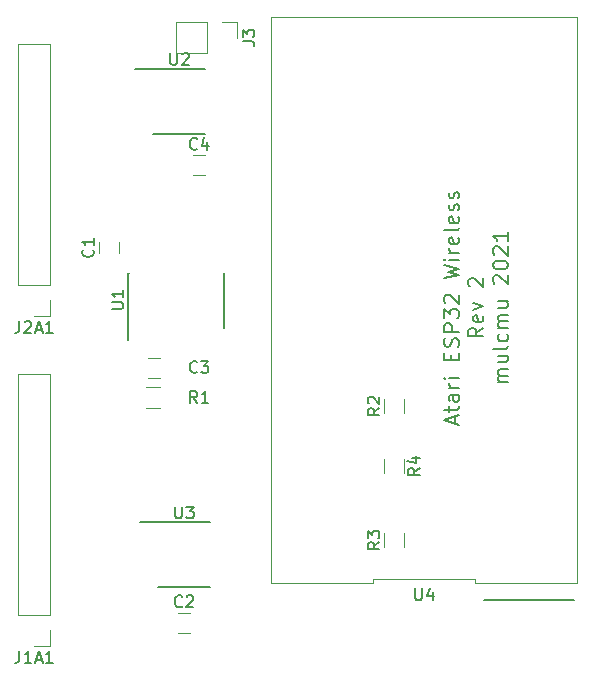
<source format=gbr>
%TF.GenerationSoftware,KiCad,Pcbnew,(5.1.9)-1*%
%TF.CreationDate,2021-06-08T22:15:24-04:00*%
%TF.ProjectId,AtariWiiWifi,41746172-6957-4696-9957-6966692e6b69,rev?*%
%TF.SameCoordinates,Original*%
%TF.FileFunction,Legend,Top*%
%TF.FilePolarity,Positive*%
%FSLAX46Y46*%
G04 Gerber Fmt 4.6, Leading zero omitted, Abs format (unit mm)*
G04 Created by KiCad (PCBNEW (5.1.9)-1) date 2021-06-08 22:15:24*
%MOMM*%
%LPD*%
G01*
G04 APERTURE LIST*
%ADD10C,0.177800*%
%ADD11C,0.120000*%
%ADD12C,0.150000*%
G04 APERTURE END LIST*
D10*
X165133866Y-103142142D02*
X165133866Y-102537380D01*
X165496723Y-103263095D02*
X164226723Y-102839761D01*
X165496723Y-102416428D01*
X164650057Y-102174523D02*
X164650057Y-101690714D01*
X164226723Y-101993095D02*
X165315295Y-101993095D01*
X165436247Y-101932619D01*
X165496723Y-101811666D01*
X165496723Y-101690714D01*
X165496723Y-100723095D02*
X164831485Y-100723095D01*
X164710533Y-100783571D01*
X164650057Y-100904523D01*
X164650057Y-101146428D01*
X164710533Y-101267380D01*
X165436247Y-100723095D02*
X165496723Y-100844047D01*
X165496723Y-101146428D01*
X165436247Y-101267380D01*
X165315295Y-101327857D01*
X165194342Y-101327857D01*
X165073390Y-101267380D01*
X165012914Y-101146428D01*
X165012914Y-100844047D01*
X164952438Y-100723095D01*
X165496723Y-100118333D02*
X164650057Y-100118333D01*
X164891961Y-100118333D02*
X164771009Y-100057857D01*
X164710533Y-99997380D01*
X164650057Y-99876428D01*
X164650057Y-99755476D01*
X165496723Y-99332142D02*
X164650057Y-99332142D01*
X164226723Y-99332142D02*
X164287200Y-99392619D01*
X164347676Y-99332142D01*
X164287200Y-99271666D01*
X164226723Y-99332142D01*
X164347676Y-99332142D01*
X164831485Y-97759761D02*
X164831485Y-97336428D01*
X165496723Y-97155000D02*
X165496723Y-97759761D01*
X164226723Y-97759761D01*
X164226723Y-97155000D01*
X165436247Y-96671190D02*
X165496723Y-96489761D01*
X165496723Y-96187380D01*
X165436247Y-96066428D01*
X165375771Y-96005952D01*
X165254819Y-95945476D01*
X165133866Y-95945476D01*
X165012914Y-96005952D01*
X164952438Y-96066428D01*
X164891961Y-96187380D01*
X164831485Y-96429285D01*
X164771009Y-96550238D01*
X164710533Y-96610714D01*
X164589580Y-96671190D01*
X164468628Y-96671190D01*
X164347676Y-96610714D01*
X164287200Y-96550238D01*
X164226723Y-96429285D01*
X164226723Y-96126904D01*
X164287200Y-95945476D01*
X165496723Y-95401190D02*
X164226723Y-95401190D01*
X164226723Y-94917380D01*
X164287200Y-94796428D01*
X164347676Y-94735952D01*
X164468628Y-94675476D01*
X164650057Y-94675476D01*
X164771009Y-94735952D01*
X164831485Y-94796428D01*
X164891961Y-94917380D01*
X164891961Y-95401190D01*
X164226723Y-94252142D02*
X164226723Y-93465952D01*
X164710533Y-93889285D01*
X164710533Y-93707857D01*
X164771009Y-93586904D01*
X164831485Y-93526428D01*
X164952438Y-93465952D01*
X165254819Y-93465952D01*
X165375771Y-93526428D01*
X165436247Y-93586904D01*
X165496723Y-93707857D01*
X165496723Y-94070714D01*
X165436247Y-94191666D01*
X165375771Y-94252142D01*
X164347676Y-92982142D02*
X164287200Y-92921666D01*
X164226723Y-92800714D01*
X164226723Y-92498333D01*
X164287200Y-92377380D01*
X164347676Y-92316904D01*
X164468628Y-92256428D01*
X164589580Y-92256428D01*
X164771009Y-92316904D01*
X165496723Y-93042619D01*
X165496723Y-92256428D01*
X164226723Y-90865476D02*
X165496723Y-90563095D01*
X164589580Y-90321190D01*
X165496723Y-90079285D01*
X164226723Y-89776904D01*
X165496723Y-89293095D02*
X164650057Y-89293095D01*
X164226723Y-89293095D02*
X164287200Y-89353571D01*
X164347676Y-89293095D01*
X164287200Y-89232619D01*
X164226723Y-89293095D01*
X164347676Y-89293095D01*
X165496723Y-88688333D02*
X164650057Y-88688333D01*
X164891961Y-88688333D02*
X164771009Y-88627857D01*
X164710533Y-88567380D01*
X164650057Y-88446428D01*
X164650057Y-88325476D01*
X165436247Y-87418333D02*
X165496723Y-87539285D01*
X165496723Y-87781190D01*
X165436247Y-87902142D01*
X165315295Y-87962619D01*
X164831485Y-87962619D01*
X164710533Y-87902142D01*
X164650057Y-87781190D01*
X164650057Y-87539285D01*
X164710533Y-87418333D01*
X164831485Y-87357857D01*
X164952438Y-87357857D01*
X165073390Y-87962619D01*
X165496723Y-86632142D02*
X165436247Y-86753095D01*
X165315295Y-86813571D01*
X164226723Y-86813571D01*
X165436247Y-85664523D02*
X165496723Y-85785476D01*
X165496723Y-86027380D01*
X165436247Y-86148333D01*
X165315295Y-86208809D01*
X164831485Y-86208809D01*
X164710533Y-86148333D01*
X164650057Y-86027380D01*
X164650057Y-85785476D01*
X164710533Y-85664523D01*
X164831485Y-85604047D01*
X164952438Y-85604047D01*
X165073390Y-86208809D01*
X165436247Y-85120238D02*
X165496723Y-84999285D01*
X165496723Y-84757380D01*
X165436247Y-84636428D01*
X165315295Y-84575952D01*
X165254819Y-84575952D01*
X165133866Y-84636428D01*
X165073390Y-84757380D01*
X165073390Y-84938809D01*
X165012914Y-85059761D01*
X164891961Y-85120238D01*
X164831485Y-85120238D01*
X164710533Y-85059761D01*
X164650057Y-84938809D01*
X164650057Y-84757380D01*
X164710533Y-84636428D01*
X165436247Y-84092142D02*
X165496723Y-83971190D01*
X165496723Y-83729285D01*
X165436247Y-83608333D01*
X165315295Y-83547857D01*
X165254819Y-83547857D01*
X165133866Y-83608333D01*
X165073390Y-83729285D01*
X165073390Y-83910714D01*
X165012914Y-84031666D01*
X164891961Y-84092142D01*
X164831485Y-84092142D01*
X164710533Y-84031666D01*
X164650057Y-83910714D01*
X164650057Y-83729285D01*
X164710533Y-83608333D01*
X167579523Y-95068571D02*
X166974761Y-95491904D01*
X167579523Y-95794285D02*
X166309523Y-95794285D01*
X166309523Y-95310476D01*
X166370000Y-95189523D01*
X166430476Y-95129047D01*
X166551428Y-95068571D01*
X166732857Y-95068571D01*
X166853809Y-95129047D01*
X166914285Y-95189523D01*
X166974761Y-95310476D01*
X166974761Y-95794285D01*
X167519047Y-94040476D02*
X167579523Y-94161428D01*
X167579523Y-94403333D01*
X167519047Y-94524285D01*
X167398095Y-94584761D01*
X166914285Y-94584761D01*
X166793333Y-94524285D01*
X166732857Y-94403333D01*
X166732857Y-94161428D01*
X166793333Y-94040476D01*
X166914285Y-93980000D01*
X167035238Y-93980000D01*
X167156190Y-94584761D01*
X166732857Y-93556666D02*
X167579523Y-93254285D01*
X166732857Y-92951904D01*
X166430476Y-91560952D02*
X166370000Y-91500476D01*
X166309523Y-91379523D01*
X166309523Y-91077142D01*
X166370000Y-90956190D01*
X166430476Y-90895714D01*
X166551428Y-90835238D01*
X166672380Y-90835238D01*
X166853809Y-90895714D01*
X167579523Y-91621428D01*
X167579523Y-90835238D01*
X169662323Y-99664761D02*
X168815657Y-99664761D01*
X168936609Y-99664761D02*
X168876133Y-99604285D01*
X168815657Y-99483333D01*
X168815657Y-99301904D01*
X168876133Y-99180952D01*
X168997085Y-99120476D01*
X169662323Y-99120476D01*
X168997085Y-99120476D02*
X168876133Y-99060000D01*
X168815657Y-98939047D01*
X168815657Y-98757619D01*
X168876133Y-98636666D01*
X168997085Y-98576190D01*
X169662323Y-98576190D01*
X168815657Y-97427142D02*
X169662323Y-97427142D01*
X168815657Y-97971428D02*
X169480895Y-97971428D01*
X169601847Y-97910952D01*
X169662323Y-97790000D01*
X169662323Y-97608571D01*
X169601847Y-97487619D01*
X169541371Y-97427142D01*
X169662323Y-96640952D02*
X169601847Y-96761904D01*
X169480895Y-96822380D01*
X168392323Y-96822380D01*
X169601847Y-95612857D02*
X169662323Y-95733809D01*
X169662323Y-95975714D01*
X169601847Y-96096666D01*
X169541371Y-96157142D01*
X169420419Y-96217619D01*
X169057561Y-96217619D01*
X168936609Y-96157142D01*
X168876133Y-96096666D01*
X168815657Y-95975714D01*
X168815657Y-95733809D01*
X168876133Y-95612857D01*
X169662323Y-95068571D02*
X168815657Y-95068571D01*
X168936609Y-95068571D02*
X168876133Y-95008095D01*
X168815657Y-94887142D01*
X168815657Y-94705714D01*
X168876133Y-94584761D01*
X168997085Y-94524285D01*
X169662323Y-94524285D01*
X168997085Y-94524285D02*
X168876133Y-94463809D01*
X168815657Y-94342857D01*
X168815657Y-94161428D01*
X168876133Y-94040476D01*
X168997085Y-93980000D01*
X169662323Y-93980000D01*
X168815657Y-92830952D02*
X169662323Y-92830952D01*
X168815657Y-93375238D02*
X169480895Y-93375238D01*
X169601847Y-93314761D01*
X169662323Y-93193809D01*
X169662323Y-93012380D01*
X169601847Y-92891428D01*
X169541371Y-92830952D01*
X168513276Y-91319047D02*
X168452800Y-91258571D01*
X168392323Y-91137619D01*
X168392323Y-90835238D01*
X168452800Y-90714285D01*
X168513276Y-90653809D01*
X168634228Y-90593333D01*
X168755180Y-90593333D01*
X168936609Y-90653809D01*
X169662323Y-91379523D01*
X169662323Y-90593333D01*
X168392323Y-89807142D02*
X168392323Y-89686190D01*
X168452800Y-89565238D01*
X168513276Y-89504761D01*
X168634228Y-89444285D01*
X168876133Y-89383809D01*
X169178514Y-89383809D01*
X169420419Y-89444285D01*
X169541371Y-89504761D01*
X169601847Y-89565238D01*
X169662323Y-89686190D01*
X169662323Y-89807142D01*
X169601847Y-89928095D01*
X169541371Y-89988571D01*
X169420419Y-90049047D01*
X169178514Y-90109523D01*
X168876133Y-90109523D01*
X168634228Y-90049047D01*
X168513276Y-89988571D01*
X168452800Y-89928095D01*
X168392323Y-89807142D01*
X168513276Y-88900000D02*
X168452800Y-88839523D01*
X168392323Y-88718571D01*
X168392323Y-88416190D01*
X168452800Y-88295238D01*
X168513276Y-88234761D01*
X168634228Y-88174285D01*
X168755180Y-88174285D01*
X168936609Y-88234761D01*
X169662323Y-88960476D01*
X169662323Y-88174285D01*
X169662323Y-86964761D02*
X169662323Y-87690476D01*
X169662323Y-87327619D02*
X168392323Y-87327619D01*
X168573752Y-87448571D01*
X168694704Y-87569523D01*
X168755180Y-87690476D01*
D11*
%TO.C,J2A1*%
X130870000Y-71060000D02*
X128210000Y-71060000D01*
X130870000Y-91440000D02*
X130870000Y-71060000D01*
X128210000Y-91440000D02*
X128210000Y-71060000D01*
X130870000Y-91440000D02*
X128210000Y-91440000D01*
X130870000Y-92710000D02*
X130870000Y-94040000D01*
X130870000Y-94040000D02*
X129540000Y-94040000D01*
%TO.C,C1*%
X136740000Y-88765000D02*
X136740000Y-87765000D01*
X135040000Y-87765000D02*
X135040000Y-88765000D01*
%TO.C,J1A1*%
X130870000Y-121980000D02*
X129540000Y-121980000D01*
X130870000Y-120650000D02*
X130870000Y-121980000D01*
X130870000Y-119380000D02*
X128210000Y-119380000D01*
X128210000Y-119380000D02*
X128210000Y-99000000D01*
X130870000Y-119380000D02*
X130870000Y-99000000D01*
X130870000Y-99000000D02*
X128210000Y-99000000D01*
%TO.C,R1*%
X139020000Y-100085000D02*
X140220000Y-100085000D01*
X140220000Y-101845000D02*
X139020000Y-101845000D01*
%TO.C,R2*%
X160900000Y-101080000D02*
X160900000Y-102280000D01*
X159140000Y-102280000D02*
X159140000Y-101080000D01*
%TO.C,R3*%
X159140000Y-113630000D02*
X159140000Y-112430000D01*
X160900000Y-112430000D02*
X160900000Y-113630000D01*
%TO.C,R4*%
X159140000Y-107360000D02*
X159140000Y-106160000D01*
X160900000Y-106160000D02*
X160900000Y-107360000D01*
D12*
%TO.C,U1*%
X145630000Y-95035000D02*
X145630000Y-90385000D01*
X137530000Y-96110000D02*
X137530000Y-90385000D01*
X145630000Y-95035000D02*
X145605000Y-95035000D01*
X145630000Y-90385000D02*
X145605000Y-90385000D01*
X137580000Y-90385000D02*
X137605000Y-90385000D01*
%TO.C,U2*%
X139630000Y-78630000D02*
X144030000Y-78630000D01*
X138055000Y-73105000D02*
X144030000Y-73105000D01*
%TO.C,U3*%
X138465000Y-111500000D02*
X144440000Y-111500000D01*
X140040000Y-117025000D02*
X144440000Y-117025000D01*
D11*
%TO.C,U4*%
X175489999Y-116670000D02*
X175490000Y-68750000D01*
X175490000Y-68750000D02*
X149630001Y-68750000D01*
X149630001Y-68750000D02*
X149630000Y-116670000D01*
X149630000Y-116670000D02*
X158250000Y-116670000D01*
X158250000Y-116670000D02*
X158250000Y-116310000D01*
X158250000Y-116310000D02*
X166869999Y-116310000D01*
X166869999Y-116310000D02*
X166869999Y-116670000D01*
X166869999Y-116670000D02*
X175489999Y-116670000D01*
D12*
X167640000Y-118110000D02*
X175260000Y-118110000D01*
D11*
%TO.C,C2*%
X142740000Y-119165000D02*
X141740000Y-119165000D01*
X141740000Y-120865000D02*
X142740000Y-120865000D01*
%TO.C,C3*%
X139200000Y-99275000D02*
X140200000Y-99275000D01*
X140200000Y-97575000D02*
X139200000Y-97575000D01*
%TO.C,C4*%
X144010000Y-80430000D02*
X143010000Y-80430000D01*
X143010000Y-82130000D02*
X144010000Y-82130000D01*
%TO.C,J3*%
X141545000Y-69155000D02*
X141545000Y-71815000D01*
X144145000Y-69155000D02*
X141545000Y-69155000D01*
X144145000Y-71815000D02*
X141545000Y-71815000D01*
X144145000Y-69155000D02*
X144145000Y-71815000D01*
X145415000Y-69155000D02*
X146745000Y-69155000D01*
X146745000Y-69155000D02*
X146745000Y-70485000D01*
%TO.C,J2A1*%
D12*
X128301904Y-94492380D02*
X128301904Y-95206666D01*
X128254285Y-95349523D01*
X128159047Y-95444761D01*
X128016190Y-95492380D01*
X127920952Y-95492380D01*
X128730476Y-94587619D02*
X128778095Y-94540000D01*
X128873333Y-94492380D01*
X129111428Y-94492380D01*
X129206666Y-94540000D01*
X129254285Y-94587619D01*
X129301904Y-94682857D01*
X129301904Y-94778095D01*
X129254285Y-94920952D01*
X128682857Y-95492380D01*
X129301904Y-95492380D01*
X129682857Y-95206666D02*
X130159047Y-95206666D01*
X129587619Y-95492380D02*
X129920952Y-94492380D01*
X130254285Y-95492380D01*
X131111428Y-95492380D02*
X130540000Y-95492380D01*
X130825714Y-95492380D02*
X130825714Y-94492380D01*
X130730476Y-94635238D01*
X130635238Y-94730476D01*
X130540000Y-94778095D01*
%TO.C,C1*%
X134497142Y-88431666D02*
X134544761Y-88479285D01*
X134592380Y-88622142D01*
X134592380Y-88717380D01*
X134544761Y-88860238D01*
X134449523Y-88955476D01*
X134354285Y-89003095D01*
X134163809Y-89050714D01*
X134020952Y-89050714D01*
X133830476Y-89003095D01*
X133735238Y-88955476D01*
X133640000Y-88860238D01*
X133592380Y-88717380D01*
X133592380Y-88622142D01*
X133640000Y-88479285D01*
X133687619Y-88431666D01*
X134592380Y-87479285D02*
X134592380Y-88050714D01*
X134592380Y-87765000D02*
X133592380Y-87765000D01*
X133735238Y-87860238D01*
X133830476Y-87955476D01*
X133878095Y-88050714D01*
%TO.C,J1A1*%
X128301904Y-122432380D02*
X128301904Y-123146666D01*
X128254285Y-123289523D01*
X128159047Y-123384761D01*
X128016190Y-123432380D01*
X127920952Y-123432380D01*
X129301904Y-123432380D02*
X128730476Y-123432380D01*
X129016190Y-123432380D02*
X129016190Y-122432380D01*
X128920952Y-122575238D01*
X128825714Y-122670476D01*
X128730476Y-122718095D01*
X129682857Y-123146666D02*
X130159047Y-123146666D01*
X129587619Y-123432380D02*
X129920952Y-122432380D01*
X130254285Y-123432380D01*
X131111428Y-123432380D02*
X130540000Y-123432380D01*
X130825714Y-123432380D02*
X130825714Y-122432380D01*
X130730476Y-122575238D01*
X130635238Y-122670476D01*
X130540000Y-122718095D01*
%TO.C,R1*%
X143343333Y-101417380D02*
X143010000Y-100941190D01*
X142771904Y-101417380D02*
X142771904Y-100417380D01*
X143152857Y-100417380D01*
X143248095Y-100465000D01*
X143295714Y-100512619D01*
X143343333Y-100607857D01*
X143343333Y-100750714D01*
X143295714Y-100845952D01*
X143248095Y-100893571D01*
X143152857Y-100941190D01*
X142771904Y-100941190D01*
X144295714Y-101417380D02*
X143724285Y-101417380D01*
X144010000Y-101417380D02*
X144010000Y-100417380D01*
X143914761Y-100560238D01*
X143819523Y-100655476D01*
X143724285Y-100703095D01*
%TO.C,R2*%
X158772380Y-101846666D02*
X158296190Y-102180000D01*
X158772380Y-102418095D02*
X157772380Y-102418095D01*
X157772380Y-102037142D01*
X157820000Y-101941904D01*
X157867619Y-101894285D01*
X157962857Y-101846666D01*
X158105714Y-101846666D01*
X158200952Y-101894285D01*
X158248571Y-101941904D01*
X158296190Y-102037142D01*
X158296190Y-102418095D01*
X157867619Y-101465714D02*
X157820000Y-101418095D01*
X157772380Y-101322857D01*
X157772380Y-101084761D01*
X157820000Y-100989523D01*
X157867619Y-100941904D01*
X157962857Y-100894285D01*
X158058095Y-100894285D01*
X158200952Y-100941904D01*
X158772380Y-101513333D01*
X158772380Y-100894285D01*
%TO.C,R3*%
X158772380Y-113196666D02*
X158296190Y-113530000D01*
X158772380Y-113768095D02*
X157772380Y-113768095D01*
X157772380Y-113387142D01*
X157820000Y-113291904D01*
X157867619Y-113244285D01*
X157962857Y-113196666D01*
X158105714Y-113196666D01*
X158200952Y-113244285D01*
X158248571Y-113291904D01*
X158296190Y-113387142D01*
X158296190Y-113768095D01*
X157772380Y-112863333D02*
X157772380Y-112244285D01*
X158153333Y-112577619D01*
X158153333Y-112434761D01*
X158200952Y-112339523D01*
X158248571Y-112291904D01*
X158343809Y-112244285D01*
X158581904Y-112244285D01*
X158677142Y-112291904D01*
X158724761Y-112339523D01*
X158772380Y-112434761D01*
X158772380Y-112720476D01*
X158724761Y-112815714D01*
X158677142Y-112863333D01*
%TO.C,R4*%
X162172380Y-106926666D02*
X161696190Y-107260000D01*
X162172380Y-107498095D02*
X161172380Y-107498095D01*
X161172380Y-107117142D01*
X161220000Y-107021904D01*
X161267619Y-106974285D01*
X161362857Y-106926666D01*
X161505714Y-106926666D01*
X161600952Y-106974285D01*
X161648571Y-107021904D01*
X161696190Y-107117142D01*
X161696190Y-107498095D01*
X161505714Y-106069523D02*
X162172380Y-106069523D01*
X161124761Y-106307619D02*
X161839047Y-106545714D01*
X161839047Y-105926666D01*
%TO.C,U1*%
X136107380Y-93471904D02*
X136916904Y-93471904D01*
X137012142Y-93424285D01*
X137059761Y-93376666D01*
X137107380Y-93281428D01*
X137107380Y-93090952D01*
X137059761Y-92995714D01*
X137012142Y-92948095D01*
X136916904Y-92900476D01*
X136107380Y-92900476D01*
X137107380Y-91900476D02*
X137107380Y-92471904D01*
X137107380Y-92186190D02*
X136107380Y-92186190D01*
X136250238Y-92281428D01*
X136345476Y-92376666D01*
X136393095Y-92471904D01*
%TO.C,U2*%
X141068095Y-71807380D02*
X141068095Y-72616904D01*
X141115714Y-72712142D01*
X141163333Y-72759761D01*
X141258571Y-72807380D01*
X141449047Y-72807380D01*
X141544285Y-72759761D01*
X141591904Y-72712142D01*
X141639523Y-72616904D01*
X141639523Y-71807380D01*
X142068095Y-71902619D02*
X142115714Y-71855000D01*
X142210952Y-71807380D01*
X142449047Y-71807380D01*
X142544285Y-71855000D01*
X142591904Y-71902619D01*
X142639523Y-71997857D01*
X142639523Y-72093095D01*
X142591904Y-72235952D01*
X142020476Y-72807380D01*
X142639523Y-72807380D01*
%TO.C,U3*%
X141478095Y-110202380D02*
X141478095Y-111011904D01*
X141525714Y-111107142D01*
X141573333Y-111154761D01*
X141668571Y-111202380D01*
X141859047Y-111202380D01*
X141954285Y-111154761D01*
X142001904Y-111107142D01*
X142049523Y-111011904D01*
X142049523Y-110202380D01*
X142430476Y-110202380D02*
X143049523Y-110202380D01*
X142716190Y-110583333D01*
X142859047Y-110583333D01*
X142954285Y-110630952D01*
X143001904Y-110678571D01*
X143049523Y-110773809D01*
X143049523Y-111011904D01*
X143001904Y-111107142D01*
X142954285Y-111154761D01*
X142859047Y-111202380D01*
X142573333Y-111202380D01*
X142478095Y-111154761D01*
X142430476Y-111107142D01*
%TO.C,U4*%
X161798095Y-117122380D02*
X161798095Y-117931904D01*
X161845714Y-118027142D01*
X161893333Y-118074761D01*
X161988571Y-118122380D01*
X162179047Y-118122380D01*
X162274285Y-118074761D01*
X162321904Y-118027142D01*
X162369523Y-117931904D01*
X162369523Y-117122380D01*
X163274285Y-117455714D02*
X163274285Y-118122380D01*
X163036190Y-117074761D02*
X162798095Y-117789047D01*
X163417142Y-117789047D01*
%TO.C,C2*%
X142073333Y-118622142D02*
X142025714Y-118669761D01*
X141882857Y-118717380D01*
X141787619Y-118717380D01*
X141644761Y-118669761D01*
X141549523Y-118574523D01*
X141501904Y-118479285D01*
X141454285Y-118288809D01*
X141454285Y-118145952D01*
X141501904Y-117955476D01*
X141549523Y-117860238D01*
X141644761Y-117765000D01*
X141787619Y-117717380D01*
X141882857Y-117717380D01*
X142025714Y-117765000D01*
X142073333Y-117812619D01*
X142454285Y-117812619D02*
X142501904Y-117765000D01*
X142597142Y-117717380D01*
X142835238Y-117717380D01*
X142930476Y-117765000D01*
X142978095Y-117812619D01*
X143025714Y-117907857D01*
X143025714Y-118003095D01*
X142978095Y-118145952D01*
X142406666Y-118717380D01*
X143025714Y-118717380D01*
%TO.C,C3*%
X143343333Y-98782142D02*
X143295714Y-98829761D01*
X143152857Y-98877380D01*
X143057619Y-98877380D01*
X142914761Y-98829761D01*
X142819523Y-98734523D01*
X142771904Y-98639285D01*
X142724285Y-98448809D01*
X142724285Y-98305952D01*
X142771904Y-98115476D01*
X142819523Y-98020238D01*
X142914761Y-97925000D01*
X143057619Y-97877380D01*
X143152857Y-97877380D01*
X143295714Y-97925000D01*
X143343333Y-97972619D01*
X143676666Y-97877380D02*
X144295714Y-97877380D01*
X143962380Y-98258333D01*
X144105238Y-98258333D01*
X144200476Y-98305952D01*
X144248095Y-98353571D01*
X144295714Y-98448809D01*
X144295714Y-98686904D01*
X144248095Y-98782142D01*
X144200476Y-98829761D01*
X144105238Y-98877380D01*
X143819523Y-98877380D01*
X143724285Y-98829761D01*
X143676666Y-98782142D01*
%TO.C,C4*%
X143343333Y-79887142D02*
X143295714Y-79934761D01*
X143152857Y-79982380D01*
X143057619Y-79982380D01*
X142914761Y-79934761D01*
X142819523Y-79839523D01*
X142771904Y-79744285D01*
X142724285Y-79553809D01*
X142724285Y-79410952D01*
X142771904Y-79220476D01*
X142819523Y-79125238D01*
X142914761Y-79030000D01*
X143057619Y-78982380D01*
X143152857Y-78982380D01*
X143295714Y-79030000D01*
X143343333Y-79077619D01*
X144200476Y-79315714D02*
X144200476Y-79982380D01*
X143962380Y-78934761D02*
X143724285Y-79649047D01*
X144343333Y-79649047D01*
%TO.C,J3*%
X147197380Y-70818333D02*
X147911666Y-70818333D01*
X148054523Y-70865952D01*
X148149761Y-70961190D01*
X148197380Y-71104047D01*
X148197380Y-71199285D01*
X147197380Y-70437380D02*
X147197380Y-69818333D01*
X147578333Y-70151666D01*
X147578333Y-70008809D01*
X147625952Y-69913571D01*
X147673571Y-69865952D01*
X147768809Y-69818333D01*
X148006904Y-69818333D01*
X148102142Y-69865952D01*
X148149761Y-69913571D01*
X148197380Y-70008809D01*
X148197380Y-70294523D01*
X148149761Y-70389761D01*
X148102142Y-70437380D01*
%TD*%
M02*

</source>
